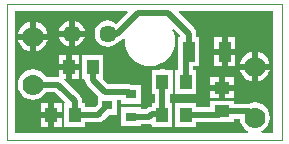
<source format=gtl>
%FSAX24Y24*%
%MOIN*%
G70*
G01*
G75*
G04 Layer_Physical_Order=1*
G04 Layer_Color=255*
%ADD10R,0.0354X0.0315*%
%ADD11R,0.0394X0.0500*%
%ADD12R,0.0400X0.0669*%
%ADD13R,0.0500X0.0394*%
%ADD14C,0.0200*%
%ADD15C,0.0030*%
%ADD16C,0.0570*%
%ADD17C,0.0700*%
G36*
X049600Y050000D02*
X049228D01*
X049218Y050049D01*
X049252Y050063D01*
X049357Y050143D01*
X049437Y050248D01*
X049487Y050369D01*
X049504Y050500D01*
X049487Y050631D01*
X049437Y050752D01*
X049357Y050857D01*
X049252Y050937D01*
X049131Y050987D01*
X049000Y051004D01*
X048869Y050987D01*
X048803Y050959D01*
X048794Y050961D01*
X048300D01*
Y051053D01*
X047500D01*
Y050855D01*
X047041D01*
Y051000D01*
X046347D01*
Y050200D01*
X047041D01*
Y050345D01*
X047794D01*
X047866Y050359D01*
X048300D01*
Y050451D01*
X048502D01*
X048513Y050369D01*
X048563Y050248D01*
X048643Y050143D01*
X048748Y050063D01*
X048782Y050049D01*
X048772Y050000D01*
X041000D01*
Y054050D01*
X044740D01*
X044760Y054004D01*
X044385Y053629D01*
X044319Y053680D01*
X044214Y053724D01*
X044100Y053739D01*
X043986Y053724D01*
X043881Y053680D01*
X043790Y053610D01*
X043720Y053519D01*
X043676Y053414D01*
X043661Y053300D01*
X043676Y053186D01*
X043720Y053081D01*
X043790Y052990D01*
X043881Y052920D01*
X043986Y052876D01*
X044100Y052861D01*
X044214Y052876D01*
X044319Y052920D01*
X044410Y052990D01*
X044459Y053054D01*
X044514Y053064D01*
X044596Y053120D01*
X044623Y053146D01*
X044668Y053125D01*
X044661Y053050D01*
X044677Y052886D01*
X044725Y052729D01*
X044802Y052584D01*
X044907Y052457D01*
X045034Y052352D01*
X045179Y052275D01*
X045336Y052227D01*
X045500Y052211D01*
X045664Y052227D01*
X045821Y052275D01*
X045966Y052352D01*
X046093Y052457D01*
X046198Y052584D01*
X046275Y052729D01*
X046323Y052886D01*
X046339Y053050D01*
X046323Y053214D01*
X046275Y053371D01*
X046249Y053421D01*
X046289Y053451D01*
X046509Y053231D01*
X046490Y053185D01*
X046450D01*
Y052625D01*
X046445Y052600D01*
Y052100D01*
X046353D01*
Y051300D01*
X047047D01*
Y052100D01*
X046955D01*
Y052215D01*
X047150D01*
Y053185D01*
X047055D01*
Y053300D01*
X047035Y053398D01*
X046980Y053480D01*
X046457Y054004D01*
X046476Y054050D01*
X049600D01*
Y050000D01*
D02*
G37*
%LPC*%
G36*
X048300Y051841D02*
X048000D01*
Y051594D01*
X048300D01*
Y051841D01*
D02*
G37*
G36*
X047800D02*
X047500D01*
Y051594D01*
X047800D01*
Y051841D01*
D02*
G37*
G36*
X048300Y051394D02*
X048000D01*
Y051147D01*
X048300D01*
Y051394D01*
D02*
G37*
G36*
X048900Y052100D02*
X048509D01*
X048513Y052069D01*
X048563Y051948D01*
X048643Y051843D01*
X048748Y051763D01*
X048869Y051713D01*
X048900Y051709D01*
Y052100D01*
D02*
G37*
G36*
X047900Y052600D02*
X047650D01*
Y052215D01*
X047900D01*
Y052600D01*
D02*
G37*
G36*
X043153Y052100D02*
X042906D01*
Y051800D01*
X043153D01*
Y052100D01*
D02*
G37*
G36*
X049491D02*
X049100D01*
Y051709D01*
X049131Y051713D01*
X049252Y051763D01*
X049357Y051843D01*
X049437Y051948D01*
X049487Y052069D01*
X049491Y052100D01*
D02*
G37*
G36*
X042113Y051000D02*
X041866D01*
Y050700D01*
X042113D01*
Y051000D01*
D02*
G37*
G36*
X042559Y050500D02*
X042313D01*
Y050200D01*
X042559D01*
Y050500D01*
D02*
G37*
G36*
X042113D02*
X041866D01*
Y050200D01*
X042113D01*
Y050500D01*
D02*
G37*
G36*
X042559Y051000D02*
X042313D01*
Y050700D01*
X042559D01*
Y051000D01*
D02*
G37*
G36*
X047800Y051394D02*
X047500D01*
Y051147D01*
X047800D01*
Y051394D01*
D02*
G37*
G36*
X043941Y052600D02*
X043247D01*
Y051800D01*
X043295D01*
X043339Y051756D01*
X043339Y051756D01*
D01*
X043358Y051659D01*
X043413Y051576D01*
X043764Y051226D01*
X043758Y051211D01*
X043758D01*
X043758Y051211D01*
Y050937D01*
X043676Y050855D01*
X043347D01*
Y051000D01*
X043255D01*
Y051050D01*
X043236Y051148D01*
X043180Y051230D01*
X042630Y051780D01*
X042636Y051800D01*
X042706D01*
Y052100D01*
X042459D01*
Y051863D01*
X042450Y051855D01*
X042035D01*
X041957Y051957D01*
X041852Y052037D01*
X041731Y052087D01*
X041600Y052104D01*
X041469Y052087D01*
X041348Y052037D01*
X041243Y051957D01*
X041163Y051852D01*
X041113Y051731D01*
X041096Y051600D01*
X041113Y051469D01*
X041163Y051348D01*
X041243Y051243D01*
X041348Y051163D01*
X041469Y051113D01*
X041600Y051096D01*
X041731Y051113D01*
X041852Y051163D01*
X041957Y051243D01*
X042035Y051345D01*
X042344D01*
X042664Y051026D01*
X042653Y051000D01*
X042653D01*
X042653Y051000D01*
Y050200D01*
X043347D01*
Y050345D01*
X043781D01*
X043879Y050364D01*
X043962Y050420D01*
X044138Y050596D01*
X044412D01*
Y051095D01*
X044545D01*
Y050970D01*
X045200D01*
Y051585D01*
X044898D01*
X044898Y051585D01*
X044800Y051605D01*
X044106D01*
X043932Y051779D01*
X043941Y051800D01*
X043941D01*
X043941Y051800D01*
Y052600D01*
D02*
G37*
G36*
X045913Y052130D02*
X045835Y052114D01*
X045813Y052100D01*
X045566D01*
Y051300D01*
X045658D01*
Y051000D01*
X045559D01*
Y050861D01*
X045556D01*
X045459Y050842D01*
X045376Y050787D01*
X045374Y050784D01*
X045200D01*
Y050837D01*
X044545D01*
Y050222D01*
X045200D01*
Y050275D01*
X045480D01*
X045521Y050283D01*
X045559Y050251D01*
Y050200D01*
X046253D01*
Y051000D01*
X046167D01*
Y051300D01*
X046259D01*
Y052100D01*
X046012D01*
X045991Y052114D01*
X045913Y052130D01*
D02*
G37*
G36*
X048350Y052600D02*
X048100D01*
Y052215D01*
X048350D01*
Y052600D01*
D02*
G37*
G36*
X043326Y053200D02*
X043000D01*
Y052874D01*
X043014Y052876D01*
X043119Y052920D01*
X043210Y052990D01*
X043280Y053081D01*
X043324Y053186D01*
X043326Y053200D01*
D02*
G37*
G36*
X042800D02*
X042474D01*
X042476Y053186D01*
X042520Y053081D01*
X042590Y052990D01*
X042681Y052920D01*
X042786Y052876D01*
X042800Y052874D01*
Y053200D01*
D02*
G37*
G36*
X048350Y053185D02*
X048100D01*
Y052800D01*
X048350D01*
Y053185D01*
D02*
G37*
G36*
X041500Y053691D02*
X041469Y053687D01*
X041348Y053637D01*
X041243Y053557D01*
X041163Y053452D01*
X041113Y053331D01*
X041109Y053300D01*
X041500D01*
Y053691D01*
D02*
G37*
G36*
X043000Y053726D02*
Y053400D01*
X043326D01*
X043324Y053414D01*
X043280Y053519D01*
X043210Y053610D01*
X043119Y053680D01*
X043014Y053724D01*
X043000Y053726D01*
D02*
G37*
G36*
X042800D02*
X042786Y053724D01*
X042681Y053680D01*
X042590Y053610D01*
X042520Y053519D01*
X042476Y053414D01*
X042474Y053400D01*
X042800D01*
Y053726D01*
D02*
G37*
G36*
X041700Y053691D02*
Y053300D01*
X042091D01*
X042087Y053331D01*
X042037Y053452D01*
X041957Y053557D01*
X041852Y053637D01*
X041731Y053687D01*
X041700Y053691D01*
D02*
G37*
G36*
X048900Y052691D02*
X048869Y052687D01*
X048748Y052637D01*
X048643Y052557D01*
X048563Y052452D01*
X048513Y052331D01*
X048509Y052300D01*
X048900D01*
Y052691D01*
D02*
G37*
G36*
X043153Y052600D02*
X042906D01*
Y052300D01*
X043153D01*
Y052600D01*
D02*
G37*
G36*
X042706D02*
X042459D01*
Y052300D01*
X042706D01*
Y052600D01*
D02*
G37*
G36*
X049100Y052691D02*
Y052300D01*
X049491D01*
X049487Y052331D01*
X049437Y052452D01*
X049357Y052557D01*
X049252Y052637D01*
X049131Y052687D01*
X049100Y052691D01*
D02*
G37*
G36*
X047900Y053185D02*
X047650D01*
Y052800D01*
X047900D01*
Y053185D01*
D02*
G37*
G36*
X042091Y053100D02*
X041700D01*
Y052709D01*
X041731Y052713D01*
X041852Y052763D01*
X041957Y052843D01*
X042037Y052948D01*
X042087Y053069D01*
X042091Y053100D01*
D02*
G37*
G36*
X041500D02*
X041109D01*
X041113Y053069D01*
X041163Y052948D01*
X041243Y052843D01*
X041348Y052763D01*
X041469Y052713D01*
X041500Y052709D01*
Y053100D01*
D02*
G37*
%LPD*%
D10*
X044872Y050530D02*
D03*
X044085Y050904D02*
D03*
X044872Y051278D02*
D03*
D11*
X046700Y051700D02*
D03*
X045913D02*
D03*
X043000Y050600D02*
D03*
X042213D02*
D03*
X043594Y052200D02*
D03*
X042806D02*
D03*
X045906Y050600D02*
D03*
X046694D02*
D03*
D12*
X046800Y052700D02*
D03*
X048000D02*
D03*
D13*
X047900Y050706D02*
D03*
Y051494D02*
D03*
D14*
X046800Y052700D02*
Y053300D01*
X046107Y053993D02*
X046800Y053300D01*
X045109Y053993D02*
X046107D01*
X044416Y053300D02*
X045109Y053993D01*
X044100Y053300D02*
X044416D01*
X046700Y051700D02*
Y052600D01*
X048794Y050706D02*
X049000Y050500D01*
X047900Y050706D02*
X048794D01*
X047794Y050600D02*
X047900Y050706D01*
X046694Y050600D02*
X047794D01*
X044800Y051350D02*
X044872Y051278D01*
X044000Y051350D02*
X044800D01*
X043594Y051756D02*
X044000Y051350D01*
X043594Y051756D02*
Y052200D01*
X045556Y050606D02*
X045913D01*
X045480Y050530D02*
X045556Y050606D01*
X044872Y050530D02*
X045480D01*
X043000Y050600D02*
X043781D01*
X044085Y050904D01*
X043000Y050600D02*
Y051050D01*
X042450Y051600D02*
X043000Y051050D01*
X041600Y051600D02*
X042450D01*
X045913Y050606D02*
Y051700D01*
D15*
X040750Y054300D02*
X049900D01*
X040750Y049750D02*
Y054300D01*
Y049750D02*
X049900D01*
Y054300D01*
D16*
X044100Y053300D02*
D03*
X042900D02*
D03*
D17*
X041600Y053200D02*
D03*
Y051600D02*
D03*
X049000Y052200D02*
D03*
Y050500D02*
D03*
M02*

</source>
